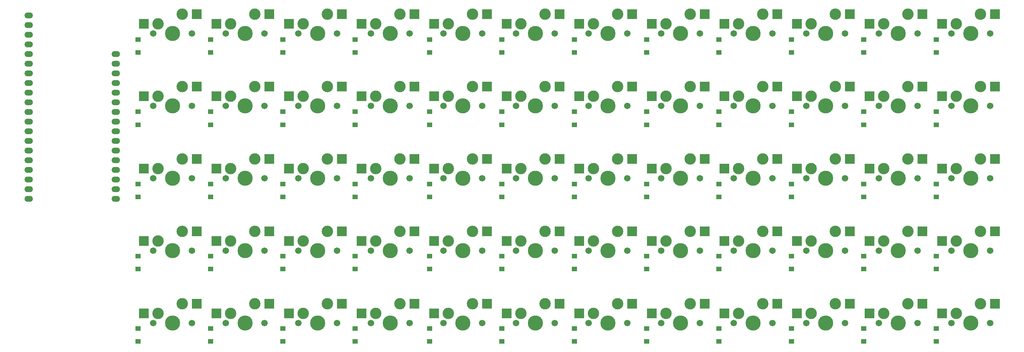
<source format=gbs>
%TF.GenerationSoftware,KiCad,Pcbnew,5.1.10*%
%TF.CreationDate,2021-06-15T15:09:17-05:00*%
%TF.ProjectId,olkbd_ble,6f6c6b62-645f-4626-9c65-2e6b69636164,rev?*%
%TF.SameCoordinates,Original*%
%TF.FileFunction,Soldermask,Bot*%
%TF.FilePolarity,Negative*%
%FSLAX46Y46*%
G04 Gerber Fmt 4.6, Leading zero omitted, Abs format (unit mm)*
G04 Created by KiCad (PCBNEW 5.1.10) date 2021-06-15 15:09:17*
%MOMM*%
%LPD*%
G01*
G04 APERTURE LIST*
%ADD10R,1.400000X1.200000*%
%ADD11R,2.550000X2.500000*%
%ADD12C,1.701800*%
%ADD13C,3.987800*%
%ADD14C,3.000000*%
%ADD15O,2.268000X1.524000*%
G04 APERTURE END LIST*
D10*
%TO.C,D60*%
X319500000Y-247700000D03*
X319500000Y-244300000D03*
%TD*%
%TO.C,D59*%
X319500000Y-228700000D03*
X319500000Y-225300000D03*
%TD*%
%TO.C,D58*%
X319500000Y-209700000D03*
X319500000Y-206300000D03*
%TD*%
%TO.C,D57*%
X319500000Y-190700000D03*
X319500000Y-187300000D03*
%TD*%
%TO.C,D56*%
X319500000Y-171700000D03*
X319500000Y-168300000D03*
%TD*%
%TO.C,D55*%
X300500000Y-247700000D03*
X300500000Y-244300000D03*
%TD*%
%TO.C,D54*%
X300500000Y-228700000D03*
X300500000Y-225300000D03*
%TD*%
%TO.C,D53*%
X300500000Y-209700000D03*
X300500000Y-206300000D03*
%TD*%
%TO.C,D52*%
X300500000Y-190700000D03*
X300500000Y-187300000D03*
%TD*%
%TO.C,D51*%
X300500000Y-171700000D03*
X300500000Y-168300000D03*
%TD*%
%TO.C,D50*%
X281500000Y-247700000D03*
X281500000Y-244300000D03*
%TD*%
%TO.C,D49*%
X281500000Y-228700000D03*
X281500000Y-225300000D03*
%TD*%
%TO.C,D48*%
X281500000Y-209700000D03*
X281500000Y-206300000D03*
%TD*%
%TO.C,D47*%
X281500000Y-190700000D03*
X281500000Y-187300000D03*
%TD*%
%TO.C,D46*%
X281500000Y-171700000D03*
X281500000Y-168300000D03*
%TD*%
%TO.C,D45*%
X262500000Y-247700000D03*
X262500000Y-244300000D03*
%TD*%
%TO.C,D44*%
X262500000Y-228700000D03*
X262500000Y-225300000D03*
%TD*%
%TO.C,D43*%
X262500000Y-209700000D03*
X262500000Y-206300000D03*
%TD*%
%TO.C,D42*%
X262500000Y-190700000D03*
X262500000Y-187300000D03*
%TD*%
%TO.C,D41*%
X262500000Y-171700000D03*
X262500000Y-168300000D03*
%TD*%
%TO.C,D40*%
X243500000Y-247700000D03*
X243500000Y-244300000D03*
%TD*%
%TO.C,D39*%
X243500000Y-228700000D03*
X243500000Y-225300000D03*
%TD*%
%TO.C,D38*%
X243500000Y-209700000D03*
X243500000Y-206300000D03*
%TD*%
%TO.C,D37*%
X243500000Y-190700000D03*
X243500000Y-187300000D03*
%TD*%
%TO.C,D36*%
X243500000Y-171700000D03*
X243500000Y-168300000D03*
%TD*%
%TO.C,D35*%
X224500000Y-247700000D03*
X224500000Y-244300000D03*
%TD*%
%TO.C,D34*%
X224500000Y-228700000D03*
X224500000Y-225300000D03*
%TD*%
%TO.C,D33*%
X224500000Y-209700000D03*
X224500000Y-206300000D03*
%TD*%
%TO.C,D32*%
X224500000Y-190700000D03*
X224500000Y-187300000D03*
%TD*%
%TO.C,D31*%
X224500000Y-171700000D03*
X224500000Y-168300000D03*
%TD*%
%TO.C,D30*%
X205500000Y-247700000D03*
X205500000Y-244300000D03*
%TD*%
%TO.C,D29*%
X205500000Y-228700000D03*
X205500000Y-225300000D03*
%TD*%
%TO.C,D28*%
X205500000Y-209700000D03*
X205500000Y-206300000D03*
%TD*%
%TO.C,D27*%
X205500000Y-190700000D03*
X205500000Y-187300000D03*
%TD*%
%TO.C,D26*%
X205500000Y-171700000D03*
X205500000Y-168300000D03*
%TD*%
%TO.C,D25*%
X186500000Y-247700000D03*
X186500000Y-244300000D03*
%TD*%
%TO.C,D24*%
X186500000Y-228700000D03*
X186500000Y-225300000D03*
%TD*%
%TO.C,D23*%
X186500000Y-209700000D03*
X186500000Y-206300000D03*
%TD*%
%TO.C,D22*%
X186500000Y-190700000D03*
X186500000Y-187300000D03*
%TD*%
%TO.C,D21*%
X186500000Y-171700000D03*
X186500000Y-168300000D03*
%TD*%
%TO.C,D20*%
X167000000Y-247700000D03*
X167000000Y-244300000D03*
%TD*%
%TO.C,D19*%
X167000000Y-228700000D03*
X167000000Y-225300000D03*
%TD*%
%TO.C,D18*%
X167000000Y-209700000D03*
X167000000Y-206300000D03*
%TD*%
%TO.C,D17*%
X167000000Y-190700000D03*
X167000000Y-187300000D03*
%TD*%
%TO.C,D16*%
X167000000Y-171700000D03*
X167000000Y-168300000D03*
%TD*%
%TO.C,D15*%
X148000000Y-247700000D03*
X148000000Y-244300000D03*
%TD*%
%TO.C,D14*%
X148000000Y-228700000D03*
X148000000Y-225300000D03*
%TD*%
%TO.C,D13*%
X148000000Y-209700000D03*
X148000000Y-206300000D03*
%TD*%
%TO.C,D12*%
X148000000Y-190700000D03*
X148000000Y-187300000D03*
%TD*%
%TO.C,D11*%
X148000000Y-171700000D03*
X148000000Y-168300000D03*
%TD*%
%TO.C,D10*%
X129000000Y-247700000D03*
X129000000Y-244300000D03*
%TD*%
%TO.C,D9*%
X129000000Y-228700000D03*
X129000000Y-225300000D03*
%TD*%
%TO.C,D8*%
X129000000Y-209700000D03*
X129000000Y-206300000D03*
%TD*%
%TO.C,D7*%
X129000000Y-190700000D03*
X129000000Y-187300000D03*
%TD*%
%TO.C,D6*%
X129000000Y-171700000D03*
X129000000Y-168300000D03*
%TD*%
%TO.C,D5*%
X110000000Y-247700000D03*
X110000000Y-244300000D03*
%TD*%
%TO.C,D4*%
X110000000Y-228700000D03*
X110000000Y-225300000D03*
%TD*%
%TO.C,D3*%
X110000000Y-209700000D03*
X110000000Y-206300000D03*
%TD*%
%TO.C,D2*%
X110000000Y-190700000D03*
X110000000Y-187300000D03*
%TD*%
%TO.C,D1*%
X110000000Y-171700000D03*
X110000000Y-168300000D03*
%TD*%
D11*
%TO.C,K60*%
X321052000Y-240348000D03*
D12*
X323532000Y-242888000D03*
X333692000Y-242888000D03*
D13*
X328612000Y-242888000D03*
D14*
X324802000Y-240348000D03*
X331152000Y-237808000D03*
D11*
X334902000Y-237808000D03*
%TD*%
%TO.C,K59*%
X321052000Y-221298000D03*
D12*
X323532000Y-223838000D03*
X333692000Y-223838000D03*
D13*
X328612000Y-223838000D03*
D14*
X324802000Y-221298000D03*
X331152000Y-218758000D03*
D11*
X334902000Y-218758000D03*
%TD*%
%TO.C,K58*%
X321052000Y-202248000D03*
D12*
X323532000Y-204788000D03*
X333692000Y-204788000D03*
D13*
X328612000Y-204788000D03*
D14*
X324802000Y-202248000D03*
X331152000Y-199708000D03*
D11*
X334902000Y-199708000D03*
%TD*%
%TO.C,K57*%
X321052000Y-183198000D03*
D12*
X323532000Y-185738000D03*
X333692000Y-185738000D03*
D13*
X328612000Y-185738000D03*
D14*
X324802000Y-183198000D03*
X331152000Y-180658000D03*
D11*
X334902000Y-180658000D03*
%TD*%
%TO.C,K56*%
X321052000Y-164148000D03*
D12*
X323532000Y-166688000D03*
X333692000Y-166688000D03*
D13*
X328612000Y-166688000D03*
D14*
X324802000Y-164148000D03*
X331152000Y-161608000D03*
D11*
X334902000Y-161608000D03*
%TD*%
%TO.C,K55*%
X302002000Y-240348000D03*
D12*
X304482000Y-242888000D03*
X314642000Y-242888000D03*
D13*
X309562000Y-242888000D03*
D14*
X305752000Y-240348000D03*
X312102000Y-237808000D03*
D11*
X315852000Y-237808000D03*
%TD*%
%TO.C,K54*%
X302002000Y-221298000D03*
D12*
X304482000Y-223838000D03*
X314642000Y-223838000D03*
D13*
X309562000Y-223838000D03*
D14*
X305752000Y-221298000D03*
X312102000Y-218758000D03*
D11*
X315852000Y-218758000D03*
%TD*%
%TO.C,K53*%
X302002000Y-202248000D03*
D12*
X304482000Y-204788000D03*
X314642000Y-204788000D03*
D13*
X309562000Y-204788000D03*
D14*
X305752000Y-202248000D03*
X312102000Y-199708000D03*
D11*
X315852000Y-199708000D03*
%TD*%
%TO.C,K52*%
X302002000Y-183198000D03*
D12*
X304482000Y-185738000D03*
X314642000Y-185738000D03*
D13*
X309562000Y-185738000D03*
D14*
X305752000Y-183198000D03*
X312102000Y-180658000D03*
D11*
X315852000Y-180658000D03*
%TD*%
%TO.C,K51*%
X302002000Y-164148000D03*
D12*
X304482000Y-166688000D03*
X314642000Y-166688000D03*
D13*
X309562000Y-166688000D03*
D14*
X305752000Y-164148000D03*
X312102000Y-161608000D03*
D11*
X315852000Y-161608000D03*
%TD*%
%TO.C,K50*%
X282952000Y-240348000D03*
D12*
X285432000Y-242888000D03*
X295592000Y-242888000D03*
D13*
X290512000Y-242888000D03*
D14*
X286702000Y-240348000D03*
X293052000Y-237808000D03*
D11*
X296802000Y-237808000D03*
%TD*%
%TO.C,K49*%
X282952000Y-221298000D03*
D12*
X285432000Y-223838000D03*
X295592000Y-223838000D03*
D13*
X290512000Y-223838000D03*
D14*
X286702000Y-221298000D03*
X293052000Y-218758000D03*
D11*
X296802000Y-218758000D03*
%TD*%
%TO.C,K48*%
X282952000Y-202248000D03*
D12*
X285432000Y-204788000D03*
X295592000Y-204788000D03*
D13*
X290512000Y-204788000D03*
D14*
X286702000Y-202248000D03*
X293052000Y-199708000D03*
D11*
X296802000Y-199708000D03*
%TD*%
%TO.C,K47*%
X282952000Y-183198000D03*
D12*
X285432000Y-185738000D03*
X295592000Y-185738000D03*
D13*
X290512000Y-185738000D03*
D14*
X286702000Y-183198000D03*
X293052000Y-180658000D03*
D11*
X296802000Y-180658000D03*
%TD*%
%TO.C,K46*%
X282952000Y-164148000D03*
D12*
X285432000Y-166688000D03*
X295592000Y-166688000D03*
D13*
X290512000Y-166688000D03*
D14*
X286702000Y-164148000D03*
X293052000Y-161608000D03*
D11*
X296802000Y-161608000D03*
%TD*%
%TO.C,K45*%
X263902000Y-240348000D03*
D12*
X266382000Y-242888000D03*
X276542000Y-242888000D03*
D13*
X271462000Y-242888000D03*
D14*
X267652000Y-240348000D03*
X274002000Y-237808000D03*
D11*
X277752000Y-237808000D03*
%TD*%
%TO.C,K44*%
X263902000Y-221298000D03*
D12*
X266382000Y-223838000D03*
X276542000Y-223838000D03*
D13*
X271462000Y-223838000D03*
D14*
X267652000Y-221298000D03*
X274002000Y-218758000D03*
D11*
X277752000Y-218758000D03*
%TD*%
%TO.C,K43*%
X263902000Y-202248000D03*
D12*
X266382000Y-204788000D03*
X276542000Y-204788000D03*
D13*
X271462000Y-204788000D03*
D14*
X267652000Y-202248000D03*
X274002000Y-199708000D03*
D11*
X277752000Y-199708000D03*
%TD*%
%TO.C,K42*%
X263902000Y-183198000D03*
D12*
X266382000Y-185738000D03*
X276542000Y-185738000D03*
D13*
X271462000Y-185738000D03*
D14*
X267652000Y-183198000D03*
X274002000Y-180658000D03*
D11*
X277752000Y-180658000D03*
%TD*%
%TO.C,K41*%
X263902000Y-164148000D03*
D12*
X266382000Y-166688000D03*
X276542000Y-166688000D03*
D13*
X271462000Y-166688000D03*
D14*
X267652000Y-164148000D03*
X274002000Y-161608000D03*
D11*
X277752000Y-161608000D03*
%TD*%
%TO.C,K40*%
X244852000Y-240348000D03*
D12*
X247332000Y-242888000D03*
X257492000Y-242888000D03*
D13*
X252412000Y-242888000D03*
D14*
X248602000Y-240348000D03*
X254952000Y-237808000D03*
D11*
X258702000Y-237808000D03*
%TD*%
%TO.C,K39*%
X244852000Y-221298000D03*
D12*
X247332000Y-223838000D03*
X257492000Y-223838000D03*
D13*
X252412000Y-223838000D03*
D14*
X248602000Y-221298000D03*
X254952000Y-218758000D03*
D11*
X258702000Y-218758000D03*
%TD*%
%TO.C,K38*%
X244852000Y-202248000D03*
D12*
X247332000Y-204788000D03*
X257492000Y-204788000D03*
D13*
X252412000Y-204788000D03*
D14*
X248602000Y-202248000D03*
X254952000Y-199708000D03*
D11*
X258702000Y-199708000D03*
%TD*%
%TO.C,K37*%
X244852000Y-183198000D03*
D12*
X247332000Y-185738000D03*
X257492000Y-185738000D03*
D13*
X252412000Y-185738000D03*
D14*
X248602000Y-183198000D03*
X254952000Y-180658000D03*
D11*
X258702000Y-180658000D03*
%TD*%
%TO.C,K36*%
X244852000Y-164148000D03*
D12*
X247332000Y-166688000D03*
X257492000Y-166688000D03*
D13*
X252412000Y-166688000D03*
D14*
X248602000Y-164148000D03*
X254952000Y-161608000D03*
D11*
X258702000Y-161608000D03*
%TD*%
%TO.C,K35*%
X225802000Y-240348000D03*
D12*
X228282000Y-242888000D03*
X238442000Y-242888000D03*
D13*
X233362000Y-242888000D03*
D14*
X229552000Y-240348000D03*
X235902000Y-237808000D03*
D11*
X239652000Y-237808000D03*
%TD*%
%TO.C,K34*%
X225802000Y-221298000D03*
D12*
X228282000Y-223838000D03*
X238442000Y-223838000D03*
D13*
X233362000Y-223838000D03*
D14*
X229552000Y-221298000D03*
X235902000Y-218758000D03*
D11*
X239652000Y-218758000D03*
%TD*%
%TO.C,K33*%
X225802000Y-202248000D03*
D12*
X228282000Y-204788000D03*
X238442000Y-204788000D03*
D13*
X233362000Y-204788000D03*
D14*
X229552000Y-202248000D03*
X235902000Y-199708000D03*
D11*
X239652000Y-199708000D03*
%TD*%
%TO.C,K32*%
X225802000Y-183198000D03*
D12*
X228282000Y-185738000D03*
X238442000Y-185738000D03*
D13*
X233362000Y-185738000D03*
D14*
X229552000Y-183198000D03*
X235902000Y-180658000D03*
D11*
X239652000Y-180658000D03*
%TD*%
%TO.C,K31*%
X225802000Y-164148000D03*
D12*
X228282000Y-166688000D03*
X238442000Y-166688000D03*
D13*
X233362000Y-166688000D03*
D14*
X229552000Y-164148000D03*
X235902000Y-161608000D03*
D11*
X239652000Y-161608000D03*
%TD*%
%TO.C,K30*%
X206752000Y-240348000D03*
D12*
X209232000Y-242888000D03*
X219392000Y-242888000D03*
D13*
X214312000Y-242888000D03*
D14*
X210502000Y-240348000D03*
X216852000Y-237808000D03*
D11*
X220602000Y-237808000D03*
%TD*%
%TO.C,K29*%
X206752000Y-221298000D03*
D12*
X209232000Y-223838000D03*
X219392000Y-223838000D03*
D13*
X214312000Y-223838000D03*
D14*
X210502000Y-221298000D03*
X216852000Y-218758000D03*
D11*
X220602000Y-218758000D03*
%TD*%
%TO.C,K28*%
X206752000Y-202248000D03*
D12*
X209232000Y-204788000D03*
X219392000Y-204788000D03*
D13*
X214312000Y-204788000D03*
D14*
X210502000Y-202248000D03*
X216852000Y-199708000D03*
D11*
X220602000Y-199708000D03*
%TD*%
%TO.C,K27*%
X206752000Y-183198000D03*
D12*
X209232000Y-185738000D03*
X219392000Y-185738000D03*
D13*
X214312000Y-185738000D03*
D14*
X210502000Y-183198000D03*
X216852000Y-180658000D03*
D11*
X220602000Y-180658000D03*
%TD*%
%TO.C,K26*%
X206752000Y-164148000D03*
D12*
X209232000Y-166688000D03*
X219392000Y-166688000D03*
D13*
X214312000Y-166688000D03*
D14*
X210502000Y-164148000D03*
X216852000Y-161608000D03*
D11*
X220602000Y-161608000D03*
%TD*%
%TO.C,K25*%
X187702000Y-240348000D03*
D12*
X190182000Y-242888000D03*
X200342000Y-242888000D03*
D13*
X195262000Y-242888000D03*
D14*
X191452000Y-240348000D03*
X197802000Y-237808000D03*
D11*
X201552000Y-237808000D03*
%TD*%
%TO.C,K24*%
X187702000Y-221298000D03*
D12*
X190182000Y-223838000D03*
X200342000Y-223838000D03*
D13*
X195262000Y-223838000D03*
D14*
X191452000Y-221298000D03*
X197802000Y-218758000D03*
D11*
X201552000Y-218758000D03*
%TD*%
%TO.C,K23*%
X187702000Y-202248000D03*
D12*
X190182000Y-204788000D03*
X200342000Y-204788000D03*
D13*
X195262000Y-204788000D03*
D14*
X191452000Y-202248000D03*
X197802000Y-199708000D03*
D11*
X201552000Y-199708000D03*
%TD*%
%TO.C,K22*%
X187702000Y-183198000D03*
D12*
X190182000Y-185738000D03*
X200342000Y-185738000D03*
D13*
X195262000Y-185738000D03*
D14*
X191452000Y-183198000D03*
X197802000Y-180658000D03*
D11*
X201552000Y-180658000D03*
%TD*%
%TO.C,K21*%
X187702000Y-164148000D03*
D12*
X190182000Y-166688000D03*
X200342000Y-166688000D03*
D13*
X195262000Y-166688000D03*
D14*
X191452000Y-164148000D03*
X197802000Y-161608000D03*
D11*
X201552000Y-161608000D03*
%TD*%
%TO.C,K20*%
X168652000Y-240348000D03*
D12*
X171132000Y-242888000D03*
X181292000Y-242888000D03*
D13*
X176212000Y-242888000D03*
D14*
X172402000Y-240348000D03*
X178752000Y-237808000D03*
D11*
X182502000Y-237808000D03*
%TD*%
%TO.C,K19*%
X168652000Y-221298000D03*
D12*
X171132000Y-223838000D03*
X181292000Y-223838000D03*
D13*
X176212000Y-223838000D03*
D14*
X172402000Y-221298000D03*
X178752000Y-218758000D03*
D11*
X182502000Y-218758000D03*
%TD*%
%TO.C,K18*%
X168652000Y-202248000D03*
D12*
X171132000Y-204788000D03*
X181292000Y-204788000D03*
D13*
X176212000Y-204788000D03*
D14*
X172402000Y-202248000D03*
X178752000Y-199708000D03*
D11*
X182502000Y-199708000D03*
%TD*%
%TO.C,K17*%
X168652000Y-183198000D03*
D12*
X171132000Y-185738000D03*
X181292000Y-185738000D03*
D13*
X176212000Y-185738000D03*
D14*
X172402000Y-183198000D03*
X178752000Y-180658000D03*
D11*
X182502000Y-180658000D03*
%TD*%
%TO.C,K16*%
X168652000Y-164148000D03*
D12*
X171132000Y-166688000D03*
X181292000Y-166688000D03*
D13*
X176212000Y-166688000D03*
D14*
X172402000Y-164148000D03*
X178752000Y-161608000D03*
D11*
X182502000Y-161608000D03*
%TD*%
%TO.C,K15*%
X149602000Y-240348000D03*
D12*
X152082000Y-242888000D03*
X162242000Y-242888000D03*
D13*
X157162000Y-242888000D03*
D14*
X153352000Y-240348000D03*
X159702000Y-237808000D03*
D11*
X163452000Y-237808000D03*
%TD*%
%TO.C,K14*%
X149602000Y-221298000D03*
D12*
X152082000Y-223838000D03*
X162242000Y-223838000D03*
D13*
X157162000Y-223838000D03*
D14*
X153352000Y-221298000D03*
X159702000Y-218758000D03*
D11*
X163452000Y-218758000D03*
%TD*%
%TO.C,K13*%
X149602000Y-202248000D03*
D12*
X152082000Y-204788000D03*
X162242000Y-204788000D03*
D13*
X157162000Y-204788000D03*
D14*
X153352000Y-202248000D03*
X159702000Y-199708000D03*
D11*
X163452000Y-199708000D03*
%TD*%
%TO.C,K12*%
X149602000Y-183198000D03*
D12*
X152082000Y-185738000D03*
X162242000Y-185738000D03*
D13*
X157162000Y-185738000D03*
D14*
X153352000Y-183198000D03*
X159702000Y-180658000D03*
D11*
X163452000Y-180658000D03*
%TD*%
%TO.C,K11*%
X149602000Y-164148000D03*
D12*
X152082000Y-166688000D03*
X162242000Y-166688000D03*
D13*
X157162000Y-166688000D03*
D14*
X153352000Y-164148000D03*
X159702000Y-161608000D03*
D11*
X163452000Y-161608000D03*
%TD*%
%TO.C,K10*%
X130552000Y-240348000D03*
D12*
X133032000Y-242888000D03*
X143192000Y-242888000D03*
D13*
X138112000Y-242888000D03*
D14*
X134302000Y-240348000D03*
X140652000Y-237808000D03*
D11*
X144402000Y-237808000D03*
%TD*%
%TO.C,K9*%
X130552000Y-221298000D03*
D12*
X133032000Y-223838000D03*
X143192000Y-223838000D03*
D13*
X138112000Y-223838000D03*
D14*
X134302000Y-221298000D03*
X140652000Y-218758000D03*
D11*
X144402000Y-218758000D03*
%TD*%
%TO.C,K8*%
X130552000Y-202248000D03*
D12*
X133032000Y-204788000D03*
X143192000Y-204788000D03*
D13*
X138112000Y-204788000D03*
D14*
X134302000Y-202248000D03*
X140652000Y-199708000D03*
D11*
X144402000Y-199708000D03*
%TD*%
%TO.C,K7*%
X130552000Y-183198000D03*
D12*
X133032000Y-185738000D03*
X143192000Y-185738000D03*
D13*
X138112000Y-185738000D03*
D14*
X134302000Y-183198000D03*
X140652000Y-180658000D03*
D11*
X144402000Y-180658000D03*
%TD*%
%TO.C,K6*%
X130552000Y-164148000D03*
D12*
X133032000Y-166688000D03*
X143192000Y-166688000D03*
D13*
X138112000Y-166688000D03*
D14*
X134302000Y-164148000D03*
X140652000Y-161608000D03*
D11*
X144402000Y-161608000D03*
%TD*%
%TO.C,K5*%
X111502000Y-240348000D03*
D12*
X113982000Y-242888000D03*
X124142000Y-242888000D03*
D13*
X119062000Y-242888000D03*
D14*
X115252000Y-240348000D03*
X121602000Y-237808000D03*
D11*
X125352000Y-237808000D03*
%TD*%
%TO.C,K4*%
X111502000Y-221298000D03*
D12*
X113982000Y-223838000D03*
X124142000Y-223838000D03*
D13*
X119062000Y-223838000D03*
D14*
X115252000Y-221298000D03*
X121602000Y-218758000D03*
D11*
X125352000Y-218758000D03*
%TD*%
%TO.C,K3*%
X111502000Y-202248000D03*
D12*
X113982000Y-204788000D03*
X124142000Y-204788000D03*
D13*
X119062000Y-204788000D03*
D14*
X115252000Y-202248000D03*
X121602000Y-199708000D03*
D11*
X125352000Y-199708000D03*
%TD*%
%TO.C,K2*%
X111502000Y-183198000D03*
D12*
X113982000Y-185738000D03*
X124142000Y-185738000D03*
D13*
X119062000Y-185738000D03*
D14*
X115252000Y-183198000D03*
X121602000Y-180658000D03*
D11*
X125352000Y-180658000D03*
%TD*%
%TO.C,K1*%
X111502000Y-164148000D03*
D12*
X113982000Y-166688000D03*
X124142000Y-166688000D03*
D13*
X119062000Y-166688000D03*
D14*
X115252000Y-164148000D03*
X121602000Y-161608000D03*
D11*
X125352000Y-161608000D03*
%TD*%
D15*
%TO.C,U1*%
X81280000Y-161925000D03*
X81280000Y-164465000D03*
X81280000Y-167005000D03*
X81280000Y-169545000D03*
X81280000Y-172085000D03*
X81280000Y-174625000D03*
X81280000Y-177165000D03*
X81280000Y-179705000D03*
X81280000Y-182245000D03*
X81280000Y-184785000D03*
X81280000Y-187325000D03*
X81280000Y-189865000D03*
X81280000Y-192405000D03*
X81280000Y-194945000D03*
X81280000Y-197485000D03*
X81280000Y-200025000D03*
X81280000Y-202565000D03*
X81280000Y-205105000D03*
X81280000Y-207645000D03*
X81280000Y-210185000D03*
X104140000Y-172085000D03*
X104140000Y-174625000D03*
X104140000Y-177165000D03*
X104140000Y-179705000D03*
X104140000Y-182245000D03*
X104140000Y-184785000D03*
X104140000Y-187325000D03*
X104140000Y-189865000D03*
X104140000Y-192405000D03*
X104140000Y-194945000D03*
X104140000Y-197485000D03*
X104140000Y-200025000D03*
X104140000Y-202565000D03*
X104140000Y-205105000D03*
X104140000Y-207645000D03*
X104140000Y-210185000D03*
%TD*%
M02*

</source>
